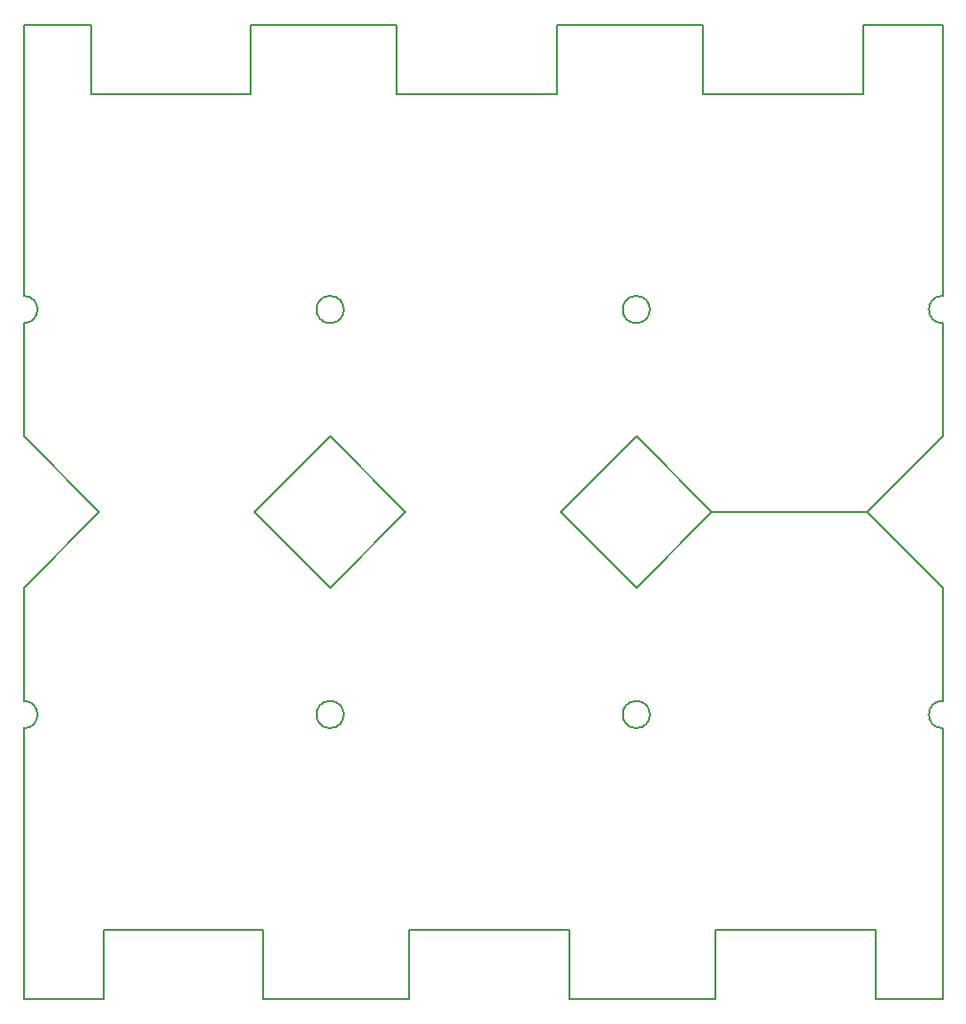
<source format=gbr>
G04 #@! TF.FileFunction,Profile,NP*
%FSLAX46Y46*%
G04 Gerber Fmt 4.6, Leading zero omitted, Abs format (unit mm)*
G04 Created by KiCad (PCBNEW 4.0.6-e0-6349~52~ubuntu16.10.1) date Sat Apr 29 12:35:10 2017*
%MOMM*%
%LPD*%
G01*
G04 APERTURE LIST*
%ADD10C,0.100000*%
%ADD11C,0.150000*%
G04 APERTURE END LIST*
D10*
D11*
X267500000Y-142900000D02*
X267500000Y-119050000D01*
X267500000Y-116650000D02*
X267500000Y-106650000D01*
X260850000Y-100000000D02*
X267500000Y-106650000D01*
X260850000Y-100000000D02*
X247150000Y-100000000D01*
X247150000Y-100000000D02*
X240500000Y-106650000D01*
X240500000Y-119050000D02*
G75*
G03X240500000Y-116650000I0J1200000D01*
G01*
X267500000Y-116650000D02*
G75*
G03X267500000Y-119050000I0J-1200000D01*
G01*
X247500000Y-142900000D02*
X247500000Y-136800000D01*
X261600000Y-136800000D02*
X247500000Y-136800000D01*
X240500000Y-142900000D02*
X247500000Y-142900000D01*
X261600000Y-142900000D02*
X267500000Y-142900000D01*
X261600000Y-142900000D02*
X261600000Y-136800000D01*
X234600000Y-136800000D02*
X220500000Y-136800000D01*
X207600000Y-136800000D02*
X193500000Y-136800000D01*
X213500000Y-142900000D02*
X220500000Y-142900000D01*
X186500000Y-142900000D02*
X193500000Y-142900000D01*
X220500000Y-142900000D02*
X220500000Y-136800000D01*
X193500000Y-142900000D02*
X193500000Y-136800000D01*
X186500000Y-142900000D02*
X186500000Y-119050000D01*
X234600000Y-142900000D02*
X234600000Y-136800000D01*
X207600000Y-142900000D02*
X207600000Y-136800000D01*
X234600000Y-142900000D02*
X240500000Y-142900000D01*
X207600000Y-142900000D02*
X213500000Y-142900000D01*
X220150000Y-100000000D02*
X213500000Y-106650000D01*
X193150000Y-100000000D02*
X186500000Y-106650000D01*
X186500000Y-116650000D02*
X186500000Y-106650000D01*
X233850000Y-100000000D02*
X240500000Y-106650000D01*
X206850000Y-100000000D02*
X213500000Y-106650000D01*
X213500000Y-119050000D02*
G75*
G03X213500000Y-116650000I0J1200000D01*
G01*
X186500000Y-119050000D02*
G75*
G03X186500000Y-116650000I0J1200000D01*
G01*
X240500000Y-116650000D02*
G75*
G03X240500000Y-119050000I0J-1200000D01*
G01*
X213500000Y-116650000D02*
G75*
G03X213500000Y-119050000I0J-1200000D01*
G01*
X240500000Y-83350000D02*
G75*
G03X240500000Y-80950000I0J1200000D01*
G01*
X213500000Y-83350000D02*
G75*
G03X213500000Y-80950000I0J1200000D01*
G01*
X267500000Y-80950000D02*
G75*
G03X267500000Y-83350000I0J-1200000D01*
G01*
X240500000Y-80950000D02*
G75*
G03X240500000Y-83350000I0J-1200000D01*
G01*
X247150000Y-100000000D02*
X240500000Y-93350000D01*
X220150000Y-100000000D02*
X213500000Y-93350000D01*
X267500000Y-83350000D02*
X267500000Y-93350000D01*
X247150000Y-100000000D02*
X260850000Y-100000000D01*
X260850000Y-100000000D02*
X267500000Y-93350000D01*
X233850000Y-100000000D02*
X240500000Y-93350000D01*
X246400000Y-57100000D02*
X240500000Y-57100000D01*
X219400000Y-57100000D02*
X213500000Y-57100000D01*
X246400000Y-57100000D02*
X246400000Y-63200000D01*
X219400000Y-57100000D02*
X219400000Y-63200000D01*
X267500000Y-57100000D02*
X267500000Y-80950000D01*
X260500000Y-57100000D02*
X260500000Y-63200000D01*
X233500000Y-57100000D02*
X233500000Y-63200000D01*
X267500000Y-57100000D02*
X260500000Y-57100000D01*
X240500000Y-57100000D02*
X233500000Y-57100000D01*
X246400000Y-63200000D02*
X260500000Y-63200000D01*
X219400000Y-63200000D02*
X233500000Y-63200000D01*
X192400000Y-57100000D02*
X192400000Y-63200000D01*
X192400000Y-57100000D02*
X186500000Y-57100000D01*
X213500000Y-57100000D02*
X206500000Y-57100000D01*
X192400000Y-63200000D02*
X206500000Y-63200000D01*
X206500000Y-57100000D02*
X206500000Y-63200000D01*
X186500000Y-83350000D02*
G75*
G03X186500000Y-80950000I0J1200000D01*
G01*
X213500000Y-80950000D02*
G75*
G03X213500000Y-83350000I0J-1200000D01*
G01*
X206850000Y-100000000D02*
X213500000Y-93350000D01*
X193150000Y-100000000D02*
X186500000Y-93350000D01*
X186500000Y-83350000D02*
X186500000Y-93350000D01*
X186500000Y-57100000D02*
X186500000Y-80950000D01*
M02*

</source>
